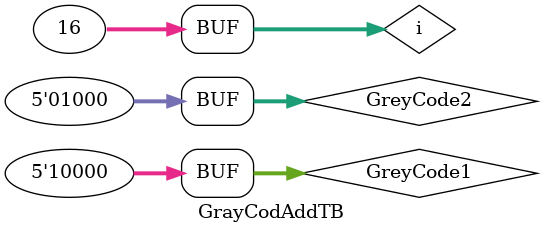
<source format=sv>
module GrayCodAddTB();

parameter N = 5;

logic [N:0]BinAddResult;
logic [N-1:0] GreyCode1,GreyCode2;


NBitGrayCodeAdd #(N) 
GCAdd(BinAddResult,GreyCode1,GreyCode2);

int i;

initial 
begin 

	#5 GreyCode1 = 0; GreyCode2 = 0;
	for(i = 0; i <16; i++)
	begin	
		#5 GreyCode2 = 1;
		#5 GreyCode2 = 3;
		#5 GreyCode2 = 2;
		#5 GreyCode2 = 6;
		#5 GreyCode2 = 4;
		#5 GreyCode2 = 5;
		#5 GreyCode2 = 7;
		#5 GreyCode2 = 15;
		#5 GreyCode2 = 14;
		#5 GreyCode2 = 12;
		#5 GreyCode2 = 13;
		#5 GreyCode2 = 9;
		#5 GreyCode2 = 11;
		#5 GreyCode2 = 10;
		#5 GreyCode2 = 8;
		#5 GreyCode1 = GreyCode1 + 1;
	end
	
end 
/*logic BinCode1,BinCode;

GreyToBin #(N-1) GTBC1(BinCode1,GreyCode1);	//1st 4-bit grey-to-binary converter
GreyToBin #(N-1) GTBC2(BinCode2,GreyCode2);	//2nd 4-bit grey-to-binary converter
FourBitFA AddBinFour(Co, Sum, BinCode1,BinCode2);	//Four Bit Binary Adder
BinaryToGreyCode #(N) BTGC1(BinAddResult,Co,Sum);	//5-bit binary-to-grey code converter 
*/


endmodule 

</source>
